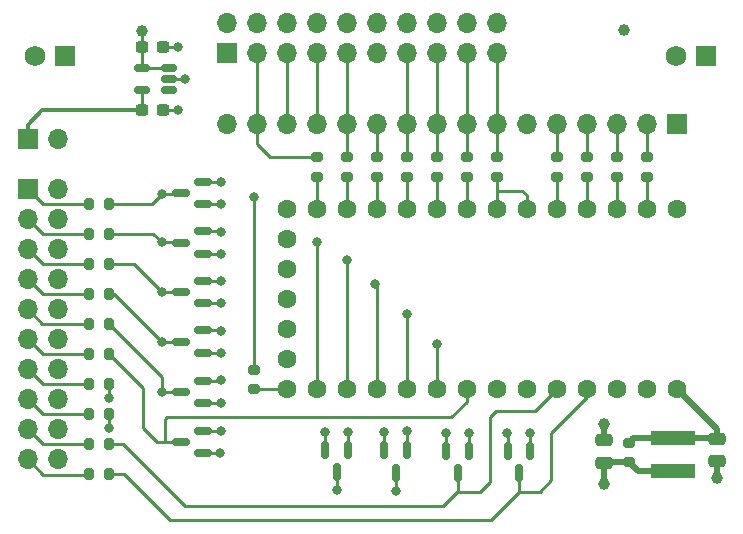
<source format=gbr>
%TF.GenerationSoftware,KiCad,Pcbnew,6.0.11-3.fc37*%
%TF.CreationDate,2024-04-07T15:32:31-04:00*%
%TF.ProjectId,Controller_T4,436f6e74-726f-46c6-9c65-725f54342e6b,rev?*%
%TF.SameCoordinates,Original*%
%TF.FileFunction,Copper,L1,Top*%
%TF.FilePolarity,Positive*%
%FSLAX46Y46*%
G04 Gerber Fmt 4.6, Leading zero omitted, Abs format (unit mm)*
G04 Created by KiCad (PCBNEW 6.0.11-3.fc37) date 2024-04-07 15:32:31*
%MOMM*%
%LPD*%
G01*
G04 APERTURE LIST*
G04 Aperture macros list*
%AMRoundRect*
0 Rectangle with rounded corners*
0 $1 Rounding radius*
0 $2 $3 $4 $5 $6 $7 $8 $9 X,Y pos of 4 corners*
0 Add a 4 corners polygon primitive as box body*
4,1,4,$2,$3,$4,$5,$6,$7,$8,$9,$2,$3,0*
0 Add four circle primitives for the rounded corners*
1,1,$1+$1,$2,$3*
1,1,$1+$1,$4,$5*
1,1,$1+$1,$6,$7*
1,1,$1+$1,$8,$9*
0 Add four rect primitives between the rounded corners*
20,1,$1+$1,$2,$3,$4,$5,0*
20,1,$1+$1,$4,$5,$6,$7,0*
20,1,$1+$1,$6,$7,$8,$9,0*
20,1,$1+$1,$8,$9,$2,$3,0*%
G04 Aperture macros list end*
%TA.AperFunction,SMDPad,CuDef*%
%ADD10RoundRect,0.150000X0.587500X0.150000X-0.587500X0.150000X-0.587500X-0.150000X0.587500X-0.150000X0*%
%TD*%
%TA.AperFunction,SMDPad,CuDef*%
%ADD11RoundRect,0.200000X-0.200000X-0.275000X0.200000X-0.275000X0.200000X0.275000X-0.200000X0.275000X0*%
%TD*%
%TA.AperFunction,SMDPad,CuDef*%
%ADD12RoundRect,0.200000X-0.275000X0.200000X-0.275000X-0.200000X0.275000X-0.200000X0.275000X0.200000X0*%
%TD*%
%TA.AperFunction,SMDPad,CuDef*%
%ADD13RoundRect,0.250000X-0.475000X0.250000X-0.475000X-0.250000X0.475000X-0.250000X0.475000X0.250000X0*%
%TD*%
%TA.AperFunction,ComponentPad*%
%ADD14R,1.700000X1.700000*%
%TD*%
%TA.AperFunction,ComponentPad*%
%ADD15O,1.700000X1.700000*%
%TD*%
%TA.AperFunction,SMDPad,CuDef*%
%ADD16RoundRect,0.237500X-0.300000X-0.237500X0.300000X-0.237500X0.300000X0.237500X-0.300000X0.237500X0*%
%TD*%
%TA.AperFunction,ComponentPad*%
%ADD17C,1.600000*%
%TD*%
%TA.AperFunction,SMDPad,CuDef*%
%ADD18RoundRect,0.150000X-0.150000X0.587500X-0.150000X-0.587500X0.150000X-0.587500X0.150000X0.587500X0*%
%TD*%
%TA.AperFunction,ComponentPad*%
%ADD19R,1.755000X1.755000*%
%TD*%
%TA.AperFunction,ComponentPad*%
%ADD20C,1.755000*%
%TD*%
%TA.AperFunction,SMDPad,CuDef*%
%ADD21RoundRect,0.250000X0.475000X-0.250000X0.475000X0.250000X-0.475000X0.250000X-0.475000X-0.250000X0*%
%TD*%
%TA.AperFunction,SMDPad,CuDef*%
%ADD22RoundRect,0.150000X0.512500X0.150000X-0.512500X0.150000X-0.512500X-0.150000X0.512500X-0.150000X0*%
%TD*%
%TA.AperFunction,SMDPad,CuDef*%
%ADD23R,3.700000X1.200000*%
%TD*%
%TA.AperFunction,ViaPad*%
%ADD24C,0.800000*%
%TD*%
%TA.AperFunction,ViaPad*%
%ADD25C,1.000000*%
%TD*%
%TA.AperFunction,Conductor*%
%ADD26C,0.250000*%
%TD*%
%TA.AperFunction,Conductor*%
%ADD27C,0.500000*%
%TD*%
%TA.AperFunction,Conductor*%
%ADD28C,0.350000*%
%TD*%
G04 APERTURE END LIST*
D10*
%TO.P,D4,1,K*%
%TO.N,Earth*%
X120855000Y-104965000D03*
%TO.P,D4,2,A*%
%TO.N,+3.3V*%
X120855000Y-103065000D03*
%TO.P,D4,3,K*%
%TO.N,Net-(D4-Pad3)*%
X118980000Y-104015000D03*
%TD*%
D11*
%TO.P,R9,1*%
%TO.N,Net-(J1-Pad19)*%
X111195000Y-123620000D03*
%TO.P,R9,2*%
%TO.N,Net-(D9-Pad3)*%
X112845000Y-123620000D03*
%TD*%
D12*
%TO.P,R21,1*%
%TO.N,CCD:SPR*%
X138085000Y-96800000D03*
%TO.P,R21,2*%
%TO.N,Net-(R21-Pad2)*%
X138085000Y-98450000D03*
%TD*%
%TO.P,R16,1*%
%TO.N,CCD:ICG*%
X143165000Y-96800000D03*
%TO.P,R16,2*%
%TO.N,Net-(R16-Pad2)*%
X143165000Y-98450000D03*
%TD*%
D13*
%TO.P,C1,1*%
%TO.N,Net-(C1-Pad1)*%
X164350000Y-120610000D03*
%TO.P,C1,2*%
%TO.N,Earth*%
X164350000Y-122510000D03*
%TD*%
D10*
%TO.P,D2,1,K*%
%TO.N,Earth*%
X120855000Y-100770000D03*
%TO.P,D2,2,A*%
%TO.N,+3.3V*%
X120855000Y-98870000D03*
%TO.P,D2,3,K*%
%TO.N,Net-(D2-Pad3)*%
X118980000Y-99820000D03*
%TD*%
D14*
%TO.P,J3,1,Pin_1*%
%TO.N,Earth*%
X160945000Y-94000000D03*
D15*
%TO.P,J3,2,Pin_2*%
%TO.N,Net-(J3-Pad2)*%
X158390000Y-94000000D03*
%TO.P,J3,3,Pin_3*%
%TO.N,Net-(J3-Pad3)*%
X155850000Y-94000000D03*
%TO.P,J3,4,Pin_4*%
%TO.N,Net-(J3-Pad4)*%
X153310000Y-94000000D03*
%TO.P,J3,5,Pin_5*%
%TO.N,Net-(J3-Pad5)*%
X150770000Y-94000000D03*
%TO.P,J3,6,Pin_6*%
%TO.N,Earth*%
X148230000Y-94000000D03*
%TO.P,J3,7,Pin_7*%
%TO.N,CCD:CLK*%
X145690000Y-94000000D03*
%TO.P,J3,8,Pin_8*%
%TO.N,CCD:ICG*%
X143150000Y-94000000D03*
%TO.P,J3,9,Pin_9*%
%TO.N,CCD:SH*%
X140610000Y-94000000D03*
%TO.P,J3,10,Pin_10*%
%TO.N,CCD:SPR*%
X138070000Y-94000000D03*
%TO.P,J3,11,Pin_11*%
%TO.N,Net-(J3-Pad11)*%
X135530000Y-94000000D03*
%TO.P,J3,12,Pin_12*%
%TO.N,SPI:CS_CNVST*%
X132990000Y-94000000D03*
%TO.P,J3,13,Pin_13*%
%TO.N,SPI:SDO*%
X130450000Y-94000000D03*
%TO.P,J3,14,Pin_14*%
%TO.N,SPI:CLK*%
X127910000Y-94000000D03*
%TO.P,J3,15,Pin_15*%
%TO.N,SPI:SDI*%
X125370000Y-94000000D03*
%TO.P,J3,16,Pin_16*%
%TO.N,Earth*%
X122830000Y-94000000D03*
%TD*%
D11*
%TO.P,R10,1*%
%TO.N,Net-(J1-Pad17)*%
X111195000Y-121080000D03*
%TO.P,R10,2*%
%TO.N,Net-(D10-Pad3)*%
X112845000Y-121080000D03*
%TD*%
D16*
%TO.P,C3,1*%
%TO.N,/Vrefout*%
X115697500Y-92810000D03*
%TO.P,C3,2*%
%TO.N,Earth*%
X117422500Y-92810000D03*
%TD*%
D17*
%TO.P,U1,1,GND*%
%TO.N,Earth*%
X160945000Y-101160000D03*
%TO.P,U1,2,0_RX1_CRX2_CS1*%
%TO.N,Net-(R17-Pad2)*%
X158405000Y-101160000D03*
%TO.P,U1,3,1_TX1_CTX2_MISO1*%
%TO.N,Net-(R18-Pad2)*%
X155865000Y-101160000D03*
%TO.P,U1,4,2_OUT2*%
%TO.N,Net-(R22-Pad2)*%
X153325000Y-101160000D03*
%TO.P,U1,5,3_LRCLK2*%
%TO.N,Net-(R19-Pad2)*%
X150785000Y-101160000D03*
%TO.P,U1,6,4_BCLK2*%
%TO.N,Net-(R20-Pad2)*%
X148245000Y-101160000D03*
%TO.P,U1,7,5_IN2*%
X145705000Y-101160000D03*
%TO.P,U1,8,6_OUT1D*%
%TO.N,Net-(R16-Pad2)*%
X143165000Y-101160000D03*
%TO.P,U1,9,7_RX2_OUT1A*%
%TO.N,Net-(R13-Pad2)*%
X140625000Y-101160000D03*
%TO.P,U1,10,8_TX2_IN1*%
%TO.N,Net-(R21-Pad2)*%
X138085000Y-101160000D03*
%TO.P,U1,11,9_OUT1C*%
%TO.N,Net-(R23-Pad2)*%
X135545000Y-101160000D03*
%TO.P,U1,12,10_CS_MQSR*%
%TO.N,Net-(R15-Pad2)*%
X133005000Y-101160000D03*
%TO.P,U1,13,11_MOSI_CTX1*%
%TO.N,Net-(R12-Pad2)*%
X130465000Y-101160000D03*
%TO.P,U1,14,12_MISO_MQSL*%
%TO.N,SPI:SDO*%
X127925000Y-101160000D03*
%TO.P,U1,15,VBAT*%
%TO.N,unconnected-(U1-Pad15)*%
X127925000Y-103700000D03*
%TO.P,U1,16,3V3*%
%TO.N,unconnected-(U1-Pad16)*%
X127925000Y-106240000D03*
%TO.P,U1,17,GND*%
%TO.N,unconnected-(U1-Pad17)*%
X127925000Y-108780000D03*
%TO.P,U1,18,PROGRAM*%
%TO.N,unconnected-(U1-Pad18)*%
X127925000Y-111320000D03*
%TO.P,U1,19,ON_OFF*%
%TO.N,unconnected-(U1-Pad19)*%
X127925000Y-113860000D03*
%TO.P,U1,20,13_SCK_CRX1_LED*%
%TO.N,Net-(R14-Pad2)*%
X127925000Y-116400000D03*
%TO.P,U1,21,14_A0_TX3_SPDIF_OUT*%
%TO.N,Net-(D2-Pad3)*%
X130465000Y-116400000D03*
%TO.P,U1,22,15_A1_RX3_SPDIF_IN*%
%TO.N,Net-(D4-Pad3)*%
X133005000Y-116400000D03*
%TO.P,U1,23,16_A2_RX4_SCL1*%
%TO.N,Net-(D6-Pad3)*%
X135545000Y-116400000D03*
%TO.P,U1,24,17_A3_TX4_SDA1*%
%TO.N,Net-(D8-Pad3)*%
X138085000Y-116400000D03*
%TO.P,U1,25,18_A4_SDA0*%
%TO.N,Net-(D1-Pad3)*%
X140625000Y-116400000D03*
%TO.P,U1,26,19_A5_SCL0*%
%TO.N,Net-(D3-Pad3)*%
X143165000Y-116400000D03*
%TO.P,U1,27,20_A6_TX5_LRCLK1*%
%TO.N,Net-(D5-Pad3)*%
X145705000Y-116400000D03*
%TO.P,U1,28,21_A7_RX5_BCLK1*%
%TO.N,Net-(D7-Pad3)*%
X148245000Y-116400000D03*
%TO.P,U1,29,22_A8_CTX1*%
%TO.N,Net-(D10-Pad3)*%
X150785000Y-116400000D03*
%TO.P,U1,30,23_A9_CRX1_MCLK1*%
%TO.N,Net-(D9-Pad3)*%
X153325000Y-116400000D03*
%TO.P,U1,31,3V3*%
%TO.N,+3.3V*%
X155865000Y-116400000D03*
%TO.P,U1,32,GND*%
%TO.N,Earth*%
X158405000Y-116400000D03*
%TO.P,U1,33,VIN*%
%TO.N,Net-(C1-Pad1)*%
X160945000Y-116400000D03*
%TD*%
D12*
%TO.P,R11,1*%
%TO.N,Net-(C1-Pad1)*%
X156900000Y-120955000D03*
%TO.P,R11,2*%
%TO.N,+5V*%
X156900000Y-122605000D03*
%TD*%
D11*
%TO.P,R8,1*%
%TO.N,Net-(J1-Pad15)*%
X111195000Y-118540000D03*
%TO.P,R8,2*%
%TO.N,Net-(D7-Pad3)*%
X112845000Y-118540000D03*
%TD*%
D12*
%TO.P,R12,1*%
%TO.N,SPI:SDI*%
X130465000Y-96800000D03*
%TO.P,R12,2*%
%TO.N,Net-(R12-Pad2)*%
X130465000Y-98450000D03*
%TD*%
D14*
%TO.P,J1,1,Pin_1*%
%TO.N,Net-(J1-Pad1)*%
X106000000Y-99500000D03*
D15*
%TO.P,J1,2,Pin_2*%
%TO.N,Earth*%
X108540000Y-99500000D03*
%TO.P,J1,3,Pin_3*%
%TO.N,Net-(J1-Pad3)*%
X106000000Y-102040000D03*
%TO.P,J1,4,Pin_4*%
%TO.N,Earth*%
X108540000Y-102040000D03*
%TO.P,J1,5,Pin_5*%
%TO.N,Net-(J1-Pad5)*%
X106000000Y-104580000D03*
%TO.P,J1,6,Pin_6*%
%TO.N,Earth*%
X108540000Y-104580000D03*
%TO.P,J1,7,Pin_7*%
%TO.N,Net-(J1-Pad7)*%
X106000000Y-107120000D03*
%TO.P,J1,8,Pin_8*%
%TO.N,Earth*%
X108540000Y-107120000D03*
%TO.P,J1,9,Pin_9*%
%TO.N,Net-(J1-Pad9)*%
X106000000Y-109660000D03*
%TO.P,J1,10,Pin_10*%
%TO.N,Earth*%
X108540000Y-109660000D03*
%TO.P,J1,11,Pin_11*%
%TO.N,Net-(J1-Pad11)*%
X106000000Y-112200000D03*
%TO.P,J1,12,Pin_12*%
%TO.N,Earth*%
X108540000Y-112200000D03*
%TO.P,J1,13,Pin_13*%
%TO.N,Net-(J1-Pad13)*%
X106000000Y-114740000D03*
%TO.P,J1,14,Pin_14*%
%TO.N,Earth*%
X108540000Y-114740000D03*
%TO.P,J1,15,Pin_15*%
%TO.N,Net-(J1-Pad15)*%
X106000000Y-117280000D03*
%TO.P,J1,16,Pin_16*%
%TO.N,Earth*%
X108540000Y-117280000D03*
%TO.P,J1,17,Pin_17*%
%TO.N,Net-(J1-Pad17)*%
X106000000Y-119820000D03*
%TO.P,J1,18,Pin_18*%
%TO.N,Earth*%
X108540000Y-119820000D03*
%TO.P,J1,19,Pin_19*%
%TO.N,Net-(J1-Pad19)*%
X106000000Y-122360000D03*
%TO.P,J1,20,Pin_20*%
%TO.N,Earth*%
X108540000Y-122360000D03*
%TD*%
D11*
%TO.P,R5,1*%
%TO.N,Net-(J1-Pad5)*%
X111195000Y-105840000D03*
%TO.P,R5,2*%
%TO.N,Net-(D6-Pad3)*%
X112845000Y-105840000D03*
%TD*%
D12*
%TO.P,R22,1*%
%TO.N,Net-(J3-Pad4)*%
X153310000Y-96800000D03*
%TO.P,R22,2*%
%TO.N,Net-(R22-Pad2)*%
X153310000Y-98450000D03*
%TD*%
%TO.P,R20,1*%
%TO.N,CCD:CLK*%
X145705000Y-96800000D03*
%TO.P,R20,2*%
%TO.N,Net-(R20-Pad2)*%
X145705000Y-98450000D03*
%TD*%
D10*
%TO.P,D8,1,K*%
%TO.N,Earth*%
X120855000Y-113355000D03*
%TO.P,D8,2,A*%
%TO.N,+3.3V*%
X120855000Y-111455000D03*
%TO.P,D8,3,K*%
%TO.N,Net-(D8-Pad3)*%
X118980000Y-112405000D03*
%TD*%
D11*
%TO.P,R6,1*%
%TO.N,Net-(J1-Pad13)*%
X111195000Y-116000000D03*
%TO.P,R6,2*%
%TO.N,Net-(D5-Pad3)*%
X112845000Y-116000000D03*
%TD*%
D18*
%TO.P,D7,1,K*%
%TO.N,Earth*%
X138100000Y-121620000D03*
%TO.P,D7,2,A*%
%TO.N,+3.3V*%
X136200000Y-121620000D03*
%TO.P,D7,3,K*%
%TO.N,Net-(D7-Pad3)*%
X137150000Y-123495000D03*
%TD*%
D16*
%TO.P,C2,1*%
%TO.N,+5V*%
X115697500Y-87460000D03*
%TO.P,C2,2*%
%TO.N,Earth*%
X117422500Y-87460000D03*
%TD*%
D14*
%TO.P,J6,1,Pin_1*%
%TO.N,/Vrefout*%
X106000000Y-95250000D03*
D15*
%TO.P,J6,2,Pin_2*%
%TO.N,Earth*%
X108540000Y-95250000D03*
%TD*%
D18*
%TO.P,D5,1,K*%
%TO.N,Earth*%
X133100000Y-121570000D03*
%TO.P,D5,2,A*%
%TO.N,+3.3V*%
X131200000Y-121570000D03*
%TO.P,D5,3,K*%
%TO.N,Net-(D5-Pad3)*%
X132150000Y-123445000D03*
%TD*%
D12*
%TO.P,R17,1*%
%TO.N,Net-(J3-Pad2)*%
X158405000Y-96800000D03*
%TO.P,R17,2*%
%TO.N,Net-(R17-Pad2)*%
X158405000Y-98450000D03*
%TD*%
D19*
%TO.P,J4,1,1*%
%TO.N,+3.3V*%
X109145000Y-88250000D03*
D20*
%TO.P,J4,2,2*%
%TO.N,Earth*%
X106605000Y-88250000D03*
%TD*%
D21*
%TO.P,C5,1*%
%TO.N,+5V*%
X154750000Y-122650000D03*
%TO.P,C5,2*%
%TO.N,Earth*%
X154750000Y-120750000D03*
%TD*%
D18*
%TO.P,D9,1,K*%
%TO.N,Earth*%
X148520000Y-121670000D03*
%TO.P,D9,2,A*%
%TO.N,+3.3V*%
X146620000Y-121670000D03*
%TO.P,D9,3,K*%
%TO.N,Net-(D9-Pad3)*%
X147570000Y-123545000D03*
%TD*%
D22*
%TO.P,U2,1,NC*%
%TO.N,unconnected-(U2-Pad1)*%
X117977500Y-91110000D03*
%TO.P,U2,2,GND*%
%TO.N,Earth*%
X117977500Y-90160000D03*
%TO.P,U2,3,EN*%
%TO.N,+5V*%
X117977500Y-89210000D03*
%TO.P,U2,4,VIN*%
X115702500Y-89210000D03*
%TO.P,U2,5,VREF*%
%TO.N,/Vrefout*%
X115702500Y-91110000D03*
%TD*%
D12*
%TO.P,R23,1*%
%TO.N,Net-(J3-Pad11)*%
X135530000Y-96800000D03*
%TO.P,R23,2*%
%TO.N,Net-(R23-Pad2)*%
X135530000Y-98450000D03*
%TD*%
%TO.P,R18,1*%
%TO.N,Net-(J3-Pad3)*%
X155850000Y-96800000D03*
%TO.P,R18,2*%
%TO.N,Net-(R18-Pad2)*%
X155850000Y-98450000D03*
%TD*%
%TO.P,R14,1*%
%TO.N,SPI:CLK*%
X125150000Y-114765000D03*
%TO.P,R14,2*%
%TO.N,Net-(R14-Pad2)*%
X125150000Y-116415000D03*
%TD*%
D11*
%TO.P,R3,1*%
%TO.N,Net-(J1-Pad3)*%
X111195000Y-103300000D03*
%TO.P,R3,2*%
%TO.N,Net-(D4-Pad3)*%
X112845000Y-103300000D03*
%TD*%
D18*
%TO.P,D10,1,K*%
%TO.N,Earth*%
X143340000Y-121660000D03*
%TO.P,D10,2,A*%
%TO.N,+3.3V*%
X141440000Y-121660000D03*
%TO.P,D10,3,K*%
%TO.N,Net-(D10-Pad3)*%
X142390000Y-123535000D03*
%TD*%
D14*
%TO.P,J2,1,Pin_1*%
%TO.N,+3.3V*%
X122830000Y-87940000D03*
D15*
%TO.P,J2,2,Pin_2*%
%TO.N,Earth*%
X122830000Y-85400000D03*
%TO.P,J2,3,Pin_3*%
%TO.N,SPI:SDI*%
X125370000Y-87940000D03*
%TO.P,J2,4,Pin_4*%
%TO.N,Earth*%
X125370000Y-85400000D03*
%TO.P,J2,5,Pin_5*%
%TO.N,SPI:CLK*%
X127910000Y-87940000D03*
%TO.P,J2,6,Pin_6*%
%TO.N,Earth*%
X127910000Y-85400000D03*
%TO.P,J2,7,Pin_7*%
%TO.N,SPI:SDO*%
X130450000Y-87940000D03*
%TO.P,J2,8,Pin_8*%
%TO.N,Earth*%
X130450000Y-85400000D03*
%TO.P,J2,9,Pin_9*%
%TO.N,SPI:CS_CNVST*%
X132990000Y-87940000D03*
%TO.P,J2,10,Pin_10*%
%TO.N,Earth*%
X132990000Y-85400000D03*
%TO.P,J2,11,Pin_11*%
%TO.N,+3.3V*%
X135530000Y-87940000D03*
%TO.P,J2,12,Pin_12*%
%TO.N,Earth*%
X135530000Y-85400000D03*
%TO.P,J2,13,Pin_13*%
%TO.N,CCD:SPR*%
X138070000Y-87940000D03*
%TO.P,J2,14,Pin_14*%
%TO.N,Earth*%
X138070000Y-85400000D03*
%TO.P,J2,15,Pin_15*%
%TO.N,CCD:SH*%
X140610000Y-87940000D03*
%TO.P,J2,16,Pin_16*%
%TO.N,Earth*%
X140610000Y-85400000D03*
%TO.P,J2,17,Pin_17*%
%TO.N,CCD:ICG*%
X143150000Y-87940000D03*
%TO.P,J2,18,Pin_18*%
%TO.N,Earth*%
X143150000Y-85400000D03*
%TO.P,J2,19,Pin_19*%
%TO.N,CCD:CLK*%
X145690000Y-87940000D03*
%TO.P,J2,20,Pin_20*%
%TO.N,Earth*%
X145690000Y-85400000D03*
%TD*%
D11*
%TO.P,R1,1*%
%TO.N,Net-(J1-Pad1)*%
X111195000Y-100760000D03*
%TO.P,R1,2*%
%TO.N,Net-(D2-Pad3)*%
X112845000Y-100760000D03*
%TD*%
D19*
%TO.P,J5,1,1*%
%TO.N,+5V*%
X163395000Y-88250000D03*
D20*
%TO.P,J5,2,2*%
%TO.N,Earth*%
X160855000Y-88250000D03*
%TD*%
D23*
%TO.P,L1,1,1*%
%TO.N,Net-(C1-Pad1)*%
X160620000Y-120600000D03*
%TO.P,L1,2,2*%
%TO.N,+5V*%
X160620000Y-123400000D03*
%TD*%
D12*
%TO.P,R13,1*%
%TO.N,CCD:SH*%
X140625000Y-96800000D03*
%TO.P,R13,2*%
%TO.N,Net-(R13-Pad2)*%
X140625000Y-98450000D03*
%TD*%
D11*
%TO.P,R7,1*%
%TO.N,Net-(J1-Pad7)*%
X111195000Y-108380000D03*
%TO.P,R7,2*%
%TO.N,Net-(D8-Pad3)*%
X112845000Y-108380000D03*
%TD*%
D10*
%TO.P,D6,1,K*%
%TO.N,Earth*%
X120855000Y-109160000D03*
%TO.P,D6,2,A*%
%TO.N,+3.3V*%
X120855000Y-107260000D03*
%TO.P,D6,3,K*%
%TO.N,Net-(D6-Pad3)*%
X118980000Y-108210000D03*
%TD*%
D11*
%TO.P,R2,1*%
%TO.N,Net-(J1-Pad9)*%
X111195000Y-110920000D03*
%TO.P,R2,2*%
%TO.N,Net-(D1-Pad3)*%
X112845000Y-110920000D03*
%TD*%
D12*
%TO.P,R19,1*%
%TO.N,Net-(J3-Pad5)*%
X150770000Y-96800000D03*
%TO.P,R19,2*%
%TO.N,Net-(R19-Pad2)*%
X150770000Y-98450000D03*
%TD*%
D11*
%TO.P,R4,1*%
%TO.N,Net-(J1-Pad11)*%
X111195000Y-113460000D03*
%TO.P,R4,2*%
%TO.N,Net-(D3-Pad3)*%
X112845000Y-113460000D03*
%TD*%
D12*
%TO.P,R15,1*%
%TO.N,SPI:CS_CNVST*%
X133005000Y-96800000D03*
%TO.P,R15,2*%
%TO.N,Net-(R15-Pad2)*%
X133005000Y-98450000D03*
%TD*%
D10*
%TO.P,D1,1,K*%
%TO.N,Earth*%
X120855000Y-117630000D03*
%TO.P,D1,2,A*%
%TO.N,+3.3V*%
X120855000Y-115730000D03*
%TO.P,D1,3,K*%
%TO.N,Net-(D1-Pad3)*%
X118980000Y-116680000D03*
%TD*%
%TO.P,D3,1,K*%
%TO.N,Earth*%
X120810000Y-121870000D03*
%TO.P,D3,2,A*%
%TO.N,+3.3V*%
X120810000Y-119970000D03*
%TO.P,D3,3,K*%
%TO.N,Net-(D3-Pad3)*%
X118935000Y-120920000D03*
%TD*%
D24*
%TO.N,Net-(D2-Pad3)*%
X130475000Y-103975000D03*
X117357500Y-99885000D03*
%TO.N,Earth*%
X143341875Y-120157500D03*
D25*
X154760000Y-119350000D03*
D24*
X122337500Y-104970000D03*
X122337500Y-117600000D03*
X148511875Y-120147500D03*
X138111875Y-120007500D03*
X122337500Y-100770000D03*
X118720000Y-87460000D03*
X118720000Y-92810000D03*
X122337500Y-113370000D03*
D25*
X164340000Y-123930000D03*
D24*
X122310000Y-121850000D03*
X133101875Y-120077500D03*
X119330000Y-90150000D03*
X122337500Y-109140000D03*
%TO.N,Net-(D4-Pad3)*%
X133000000Y-105500000D03*
X117357500Y-104010000D03*
%TO.N,Net-(D6-Pad3)*%
X117357500Y-108235000D03*
X135420000Y-107490000D03*
%TO.N,Net-(D8-Pad3)*%
X138085000Y-110055000D03*
X117357500Y-112425000D03*
D25*
%TO.N,+5V*%
X154780000Y-124440000D03*
X115670000Y-86110000D03*
X156500000Y-86000000D03*
D24*
%TO.N,+3.3V*%
X141445625Y-120147500D03*
X146610000Y-120157500D03*
X122337500Y-111510000D03*
X136203750Y-120077500D03*
X122337500Y-103100000D03*
X131181875Y-120017500D03*
X122322500Y-119980000D03*
X122337500Y-98930000D03*
X122337500Y-107290000D03*
X122337500Y-115680000D03*
%TO.N,Net-(D1-Pad3)*%
X140625000Y-112605000D03*
X117357500Y-116690000D03*
%TO.N,Net-(D5-Pad3)*%
X112860000Y-117200000D03*
X132181875Y-125007500D03*
%TO.N,Net-(D7-Pad3)*%
X112850000Y-119740000D03*
X137163750Y-125057500D03*
%TO.N,SPI:CLK*%
X125150000Y-100140000D03*
%TD*%
D26*
%TO.N,Net-(D2-Pad3)*%
X130465000Y-103985000D02*
X130465000Y-116400000D01*
X117357500Y-99885000D02*
X118915000Y-99885000D01*
X130475000Y-103975000D02*
X130465000Y-103985000D01*
X112845000Y-100760000D02*
X116482500Y-100760000D01*
X118915000Y-99885000D02*
X118980000Y-99820000D01*
X116482500Y-100760000D02*
X117357500Y-99885000D01*
D27*
%TO.N,Earth*%
X154750000Y-120750000D02*
X154750000Y-119360000D01*
D26*
X117987500Y-90150000D02*
X117977500Y-90160000D01*
X154750000Y-119360000D02*
X154760000Y-119350000D01*
X138100000Y-120019375D02*
X138111875Y-120007500D01*
X118720000Y-92810000D02*
X117422500Y-92810000D01*
X120830000Y-121850000D02*
X120810000Y-121870000D01*
X133100000Y-121570000D02*
X133100000Y-120079375D01*
X118720000Y-87460000D02*
X117422500Y-87460000D01*
X122307500Y-117630000D02*
X122337500Y-117600000D01*
X120855000Y-113355000D02*
X122322500Y-113355000D01*
X133100000Y-120079375D02*
X133101875Y-120077500D01*
X148511875Y-120147500D02*
X148511875Y-121661875D01*
X138100000Y-121620000D02*
X138100000Y-120019375D01*
X122332500Y-104965000D02*
X122337500Y-104970000D01*
X120855000Y-104965000D02*
X122332500Y-104965000D01*
X122317500Y-109160000D02*
X122337500Y-109140000D01*
X164350000Y-123920000D02*
X164340000Y-123930000D01*
X122310000Y-121850000D02*
X120830000Y-121850000D01*
D27*
X164350000Y-122510000D02*
X164350000Y-123920000D01*
D26*
X120855000Y-117630000D02*
X122307500Y-117630000D01*
X119330000Y-90150000D02*
X117987500Y-90150000D01*
X143340000Y-121660000D02*
X143340000Y-120159375D01*
X148511875Y-121661875D02*
X148520000Y-121670000D01*
X143340000Y-120159375D02*
X143341875Y-120157500D01*
X120855000Y-100770000D02*
X122337500Y-100770000D01*
X122322500Y-113355000D02*
X122337500Y-113370000D01*
X120855000Y-109160000D02*
X122317500Y-109160000D01*
%TO.N,Net-(D4-Pad3)*%
X118975000Y-104010000D02*
X118980000Y-104015000D01*
X116647500Y-103300000D02*
X117357500Y-104010000D01*
X133005000Y-105505000D02*
X133005000Y-116400000D01*
X117357500Y-104010000D02*
X118975000Y-104010000D01*
X133000000Y-105500000D02*
X133005000Y-105505000D01*
X112845000Y-103300000D02*
X116647500Y-103300000D01*
%TO.N,Net-(D6-Pad3)*%
X112845000Y-105840000D02*
X114962500Y-105840000D01*
X135420000Y-107490000D02*
X135545000Y-107615000D01*
X135545000Y-107615000D02*
X135545000Y-116400000D01*
X118955000Y-108235000D02*
X118980000Y-108210000D01*
X114962500Y-105840000D02*
X117357500Y-108235000D01*
X117357500Y-108235000D02*
X118955000Y-108235000D01*
%TO.N,Net-(D8-Pad3)*%
X118960000Y-112425000D02*
X118980000Y-112405000D01*
X113312500Y-108380000D02*
X117357500Y-112425000D01*
X112845000Y-108380000D02*
X113312500Y-108380000D01*
X138085000Y-110055000D02*
X138085000Y-116400000D01*
X117357500Y-112425000D02*
X118960000Y-112425000D01*
%TO.N,+5V*%
X117977500Y-89210000D02*
X115702500Y-89210000D01*
X115670000Y-87432500D02*
X115697500Y-87460000D01*
D27*
X154750000Y-122650000D02*
X154750000Y-124410000D01*
X154795000Y-122605000D02*
X154750000Y-122650000D01*
X157695000Y-123400000D02*
X156900000Y-122605000D01*
D26*
X115697500Y-87460000D02*
X115697500Y-89205000D01*
D27*
X156900000Y-122605000D02*
X154795000Y-122605000D01*
X154750000Y-124410000D02*
X154780000Y-124440000D01*
D26*
X115670000Y-86110000D02*
X115670000Y-87432500D01*
D27*
X160620000Y-123400000D02*
X157695000Y-123400000D01*
D26*
X115697500Y-89205000D02*
X115702500Y-89210000D01*
%TO.N,+3.3V*%
X122302500Y-103065000D02*
X122337500Y-103100000D01*
X120855000Y-98870000D02*
X122277500Y-98870000D01*
X122307500Y-107260000D02*
X122337500Y-107290000D01*
X122287500Y-115730000D02*
X122337500Y-115680000D01*
X146620000Y-121670000D02*
X146620000Y-120167500D01*
X141440000Y-121660000D02*
X141440000Y-120153125D01*
X136200000Y-121620000D02*
X136200000Y-120081250D01*
X120855000Y-115730000D02*
X122287500Y-115730000D01*
X120855000Y-107260000D02*
X122307500Y-107260000D01*
X122277500Y-98870000D02*
X122337500Y-98930000D01*
X122312500Y-119970000D02*
X122322500Y-119980000D01*
X122282500Y-111455000D02*
X122337500Y-111510000D01*
X120855000Y-103065000D02*
X122302500Y-103065000D01*
X146620000Y-120167500D02*
X146610000Y-120157500D01*
X120855000Y-111455000D02*
X122282500Y-111455000D01*
X141440000Y-120153125D02*
X141445625Y-120147500D01*
X120810000Y-119970000D02*
X122312500Y-119970000D01*
X131200000Y-121570000D02*
X131200000Y-120035625D01*
X136200000Y-120081250D02*
X136203750Y-120077500D01*
X131200000Y-120035625D02*
X131181875Y-120017500D01*
%TO.N,Net-(D1-Pad3)*%
X117357500Y-116690000D02*
X118970000Y-116690000D01*
X118970000Y-116690000D02*
X118980000Y-116680000D01*
X117357500Y-115432500D02*
X117357500Y-116690000D01*
X112845000Y-110920000D02*
X117357500Y-115432500D01*
X140625000Y-112605000D02*
X140625000Y-116400000D01*
%TO.N,Net-(D3-Pad3)*%
X117770000Y-118810000D02*
X117590000Y-118990000D01*
X112845000Y-113460000D02*
X112900000Y-113460000D01*
X112900000Y-113460000D02*
X115790000Y-116350000D01*
X117590000Y-120860000D02*
X117560000Y-120890000D01*
X143165000Y-116400000D02*
X143165000Y-117495000D01*
X117590000Y-118990000D02*
X117590000Y-120860000D01*
X115790000Y-119710000D02*
X116970000Y-120890000D01*
X118905000Y-120890000D02*
X118935000Y-120920000D01*
X143165000Y-117495000D02*
X141850000Y-118810000D01*
X141850000Y-118810000D02*
X117770000Y-118810000D01*
X116970000Y-120890000D02*
X117560000Y-120890000D01*
X115790000Y-116350000D02*
X115790000Y-119710000D01*
X117560000Y-120890000D02*
X118905000Y-120890000D01*
%TO.N,Net-(D5-Pad3)*%
X112845000Y-116000000D02*
X112845000Y-117185000D01*
X132150000Y-123445000D02*
X132150000Y-124975625D01*
X132150000Y-124975625D02*
X132181875Y-125007500D01*
X112845000Y-117185000D02*
X112860000Y-117200000D01*
%TO.N,Net-(D7-Pad3)*%
X112845000Y-118540000D02*
X112845000Y-119735000D01*
X112845000Y-119735000D02*
X112850000Y-119740000D01*
X137150000Y-123495000D02*
X137150000Y-125043750D01*
X137150000Y-125043750D02*
X137163750Y-125057500D01*
%TO.N,Net-(D9-Pad3)*%
X112845000Y-123620000D02*
X114160000Y-123620000D01*
X147570000Y-125090000D02*
X147587500Y-125107500D01*
X118030000Y-127490000D02*
X145205000Y-127490000D01*
X150330000Y-120110000D02*
X153325000Y-117115000D01*
X147587500Y-125107500D02*
X149342500Y-125107500D01*
X114160000Y-123620000D02*
X118030000Y-127490000D01*
X147570000Y-123545000D02*
X147570000Y-125090000D01*
X145205000Y-127490000D02*
X147587500Y-125107500D01*
X149342500Y-125107500D02*
X150330000Y-124120000D01*
X150330000Y-124120000D02*
X150330000Y-120110000D01*
X153325000Y-117115000D02*
X153325000Y-116400000D01*
%TO.N,Net-(D10-Pad3)*%
X148925000Y-118260000D02*
X150785000Y-116400000D01*
X119290000Y-126320000D02*
X141163125Y-126320000D01*
X112845000Y-121080000D02*
X114050000Y-121080000D01*
X114050000Y-121080000D02*
X119290000Y-126320000D01*
X142390000Y-123535000D02*
X142390000Y-125093125D01*
X142385625Y-125097500D02*
X144282500Y-125097500D01*
X141163125Y-126320000D02*
X142385625Y-125097500D01*
X145660000Y-118260000D02*
X148925000Y-118260000D01*
X144282500Y-125097500D02*
X145110000Y-124270000D01*
X145110000Y-118810000D02*
X145660000Y-118260000D01*
X145110000Y-124270000D02*
X145110000Y-118810000D01*
X142390000Y-125093125D02*
X142385625Y-125097500D01*
%TO.N,Net-(J1-Pad1)*%
X106000000Y-99500000D02*
X107280000Y-100780000D01*
X111175000Y-100780000D02*
X111195000Y-100760000D01*
X107280000Y-100780000D02*
X111175000Y-100780000D01*
%TO.N,Net-(J1-Pad3)*%
X107290000Y-103330000D02*
X111165000Y-103330000D01*
X111165000Y-103330000D02*
X111195000Y-103300000D01*
X106000000Y-102040000D02*
X107290000Y-103330000D01*
%TO.N,Net-(J1-Pad5)*%
X106000000Y-104580000D02*
X107260000Y-105840000D01*
X107260000Y-105840000D02*
X111195000Y-105840000D01*
%TO.N,Net-(J1-Pad7)*%
X107290000Y-108410000D02*
X111165000Y-108410000D01*
X111165000Y-108410000D02*
X111195000Y-108380000D01*
X106000000Y-107120000D02*
X107290000Y-108410000D01*
%TO.N,Net-(J1-Pad9)*%
X111175000Y-110900000D02*
X111195000Y-110920000D01*
X106000000Y-109660000D02*
X107240000Y-110900000D01*
X107240000Y-110900000D02*
X111175000Y-110900000D01*
%TO.N,Net-(J1-Pad11)*%
X107280000Y-113480000D02*
X111175000Y-113480000D01*
X111175000Y-113480000D02*
X111195000Y-113460000D01*
X106000000Y-112200000D02*
X107280000Y-113480000D01*
D27*
%TO.N,Net-(C1-Pad1)*%
X160620000Y-120600000D02*
X157255000Y-120600000D01*
X164340000Y-120600000D02*
X164350000Y-120610000D01*
X164350000Y-120610000D02*
X164350000Y-119805000D01*
X157255000Y-120600000D02*
X156900000Y-120955000D01*
X164350000Y-119805000D02*
X160945000Y-116400000D01*
X160620000Y-120600000D02*
X164340000Y-120600000D01*
D26*
%TO.N,Net-(J1-Pad13)*%
X106000000Y-114740000D02*
X107270000Y-116010000D01*
X111185000Y-116010000D02*
X111195000Y-116000000D01*
X107270000Y-116010000D02*
X111185000Y-116010000D01*
%TO.N,SPI:CLK*%
X127910000Y-94000000D02*
X127910000Y-87940000D01*
X125150000Y-114765000D02*
X125150000Y-100140000D01*
%TO.N,Net-(J1-Pad15)*%
X106000000Y-117280000D02*
X107250000Y-118530000D01*
X107250000Y-118530000D02*
X111185000Y-118530000D01*
X111185000Y-118530000D02*
X111195000Y-118540000D01*
%TO.N,SPI:SDO*%
X130450000Y-94000000D02*
X130450000Y-87940000D01*
%TO.N,Net-(J1-Pad17)*%
X107280000Y-121100000D02*
X111175000Y-121100000D01*
X111175000Y-121100000D02*
X111195000Y-121080000D01*
X106000000Y-119820000D02*
X107280000Y-121100000D01*
%TO.N,Net-(J1-Pad19)*%
X107300000Y-123660000D02*
X111155000Y-123660000D01*
X106000000Y-122360000D02*
X107300000Y-123660000D01*
X111155000Y-123660000D02*
X111195000Y-123620000D01*
%TO.N,SPI:SDI*%
X125370000Y-95680000D02*
X126490000Y-96800000D01*
X125370000Y-95680000D02*
X125370000Y-94000000D01*
X125370000Y-94000000D02*
X125370000Y-87940000D01*
X126490000Y-96800000D02*
X130465000Y-96800000D01*
%TO.N,CCD:SPR*%
X138085000Y-96800000D02*
X138070000Y-96785000D01*
X138070000Y-94000000D02*
X138070000Y-87940000D01*
X138070000Y-96785000D02*
X138070000Y-94000000D01*
%TO.N,CCD:SH*%
X140610000Y-94000000D02*
X140610000Y-87940000D01*
X140610000Y-96785000D02*
X140610000Y-94000000D01*
X140625000Y-96800000D02*
X140610000Y-96785000D01*
%TO.N,CCD:ICG*%
X143165000Y-96800000D02*
X143150000Y-96785000D01*
X143150000Y-94000000D02*
X143150000Y-87940000D01*
X143150000Y-96785000D02*
X143150000Y-94000000D01*
%TO.N,CCD:CLK*%
X145690000Y-94000000D02*
X145690000Y-87940000D01*
X145690000Y-96785000D02*
X145690000Y-94000000D01*
X145705000Y-96800000D02*
X145690000Y-96785000D01*
%TO.N,Net-(R17-Pad2)*%
X158405000Y-101160000D02*
X158405000Y-98450000D01*
%TO.N,Net-(R18-Pad2)*%
X155865000Y-101160000D02*
X155865000Y-98465000D01*
X155865000Y-98465000D02*
X155850000Y-98450000D01*
%TO.N,Net-(J3-Pad2)*%
X158405000Y-96800000D02*
X158390000Y-96785000D01*
X158390000Y-96785000D02*
X158390000Y-94000000D01*
%TO.N,Net-(J3-Pad3)*%
X155850000Y-96800000D02*
X155850000Y-94000000D01*
%TO.N,Net-(J3-Pad4)*%
X153310000Y-96800000D02*
X153310000Y-94000000D01*
%TO.N,Net-(J3-Pad5)*%
X150770000Y-94000000D02*
X150770000Y-96800000D01*
%TO.N,Net-(R19-Pad2)*%
X150785000Y-98465000D02*
X150785000Y-101160000D01*
X150770000Y-98450000D02*
X150785000Y-98465000D01*
%TO.N,Net-(R22-Pad2)*%
X153325000Y-101160000D02*
X153325000Y-98465000D01*
X153325000Y-98465000D02*
X153310000Y-98450000D01*
%TO.N,Net-(R12-Pad2)*%
X130465000Y-98450000D02*
X130465000Y-101160000D01*
%TO.N,Net-(R13-Pad2)*%
X140625000Y-101160000D02*
X140625000Y-98450000D01*
%TO.N,Net-(R14-Pad2)*%
X125150000Y-116415000D02*
X125165000Y-116400000D01*
X125165000Y-116400000D02*
X127925000Y-116400000D01*
%TO.N,Net-(R15-Pad2)*%
X133005000Y-98450000D02*
X133005000Y-101160000D01*
%TO.N,Net-(R16-Pad2)*%
X143165000Y-101160000D02*
X143165000Y-98450000D01*
%TO.N,Net-(R20-Pad2)*%
X148245000Y-101160000D02*
X148245000Y-99985000D01*
X145705000Y-101160000D02*
X145705000Y-99625000D01*
X145705000Y-98450000D02*
X145705000Y-99625000D01*
X147885000Y-99625000D02*
X145705000Y-99625000D01*
X148245000Y-99985000D02*
X147885000Y-99625000D01*
%TO.N,Net-(R21-Pad2)*%
X138085000Y-101160000D02*
X138085000Y-98450000D01*
%TO.N,Net-(J3-Pad11)*%
X135530000Y-94000000D02*
X135530000Y-96800000D01*
%TO.N,SPI:CS_CNVST*%
X132990000Y-94000000D02*
X132990000Y-87940000D01*
X132990000Y-94000000D02*
X132990000Y-96785000D01*
X132990000Y-96785000D02*
X133005000Y-96800000D01*
%TO.N,Net-(R23-Pad2)*%
X135530000Y-98450000D02*
X135545000Y-98465000D01*
X135545000Y-98465000D02*
X135545000Y-101160000D01*
D28*
%TO.N,/Vrefout*%
X107220000Y-92810000D02*
X106000000Y-94030000D01*
D26*
X115702500Y-92805000D02*
X115697500Y-92810000D01*
D28*
X115697500Y-92810000D02*
X107220000Y-92810000D01*
X106000000Y-94030000D02*
X106000000Y-95250000D01*
D26*
X115702500Y-91110000D02*
X115702500Y-92805000D01*
%TD*%
M02*

</source>
